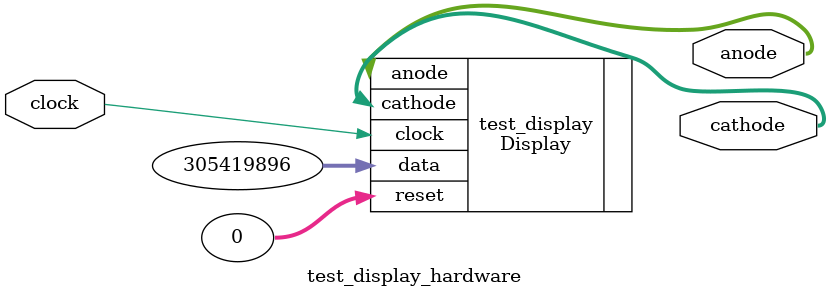
<source format=v>
`timescale 1ns / 1ps


module test_display_hardware(
        output wire[7: 0] cathode,
        output wire[7: 0] anode,
        input wire clock
    );
    Display test_display(.data(32'h12345678), .clock(clock), .reset(0), .cathode(cathode), .anode(anode));
endmodule

</source>
